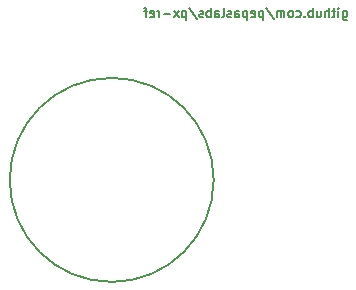
<source format=gbo>
G04 (created by PCBNEW (22-Jun-2014 BZR 4027)-stable) date Thu 15 Feb 2018 05:40:34 PM CST*
%MOIN*%
G04 Gerber Fmt 3.4, Leading zero omitted, Abs format*
%FSLAX34Y34*%
G01*
G70*
G90*
G04 APERTURE LIST*
%ADD10C,0.00590551*%
%ADD11C,0.00787402*%
%ADD12C,0.006*%
G04 APERTURE END LIST*
G54D10*
G54D11*
X89150Y-32500D02*
G75*
G03X89150Y-32500I-3400J0D01*
G74*
G01*
G54D12*
X93450Y-26871D02*
X93450Y-27114D01*
X93464Y-27142D01*
X93478Y-27157D01*
X93507Y-27171D01*
X93550Y-27171D01*
X93578Y-27157D01*
X93450Y-27057D02*
X93478Y-27071D01*
X93535Y-27071D01*
X93564Y-27057D01*
X93578Y-27042D01*
X93592Y-27014D01*
X93592Y-26928D01*
X93578Y-26900D01*
X93564Y-26885D01*
X93535Y-26871D01*
X93478Y-26871D01*
X93450Y-26885D01*
X93307Y-27071D02*
X93307Y-26871D01*
X93307Y-26771D02*
X93321Y-26785D01*
X93307Y-26800D01*
X93292Y-26785D01*
X93307Y-26771D01*
X93307Y-26800D01*
X93207Y-26871D02*
X93092Y-26871D01*
X93164Y-26771D02*
X93164Y-27028D01*
X93150Y-27057D01*
X93121Y-27071D01*
X93092Y-27071D01*
X92992Y-27071D02*
X92992Y-26771D01*
X92864Y-27071D02*
X92864Y-26914D01*
X92878Y-26885D01*
X92907Y-26871D01*
X92949Y-26871D01*
X92978Y-26885D01*
X92992Y-26900D01*
X92592Y-26871D02*
X92592Y-27071D01*
X92721Y-26871D02*
X92721Y-27028D01*
X92707Y-27057D01*
X92678Y-27071D01*
X92635Y-27071D01*
X92607Y-27057D01*
X92592Y-27042D01*
X92449Y-27071D02*
X92449Y-26771D01*
X92449Y-26885D02*
X92421Y-26871D01*
X92364Y-26871D01*
X92335Y-26885D01*
X92321Y-26900D01*
X92307Y-26928D01*
X92307Y-27014D01*
X92321Y-27042D01*
X92335Y-27057D01*
X92364Y-27071D01*
X92421Y-27071D01*
X92449Y-27057D01*
X92178Y-27042D02*
X92164Y-27057D01*
X92178Y-27071D01*
X92192Y-27057D01*
X92178Y-27042D01*
X92178Y-27071D01*
X91907Y-27057D02*
X91935Y-27071D01*
X91992Y-27071D01*
X92021Y-27057D01*
X92035Y-27042D01*
X92049Y-27014D01*
X92049Y-26928D01*
X92035Y-26900D01*
X92021Y-26885D01*
X91992Y-26871D01*
X91935Y-26871D01*
X91907Y-26885D01*
X91735Y-27071D02*
X91764Y-27057D01*
X91778Y-27042D01*
X91792Y-27014D01*
X91792Y-26928D01*
X91778Y-26900D01*
X91764Y-26885D01*
X91735Y-26871D01*
X91692Y-26871D01*
X91664Y-26885D01*
X91649Y-26900D01*
X91635Y-26928D01*
X91635Y-27014D01*
X91649Y-27042D01*
X91664Y-27057D01*
X91692Y-27071D01*
X91735Y-27071D01*
X91507Y-27071D02*
X91507Y-26871D01*
X91507Y-26900D02*
X91492Y-26885D01*
X91464Y-26871D01*
X91421Y-26871D01*
X91392Y-26885D01*
X91378Y-26914D01*
X91378Y-27071D01*
X91378Y-26914D02*
X91364Y-26885D01*
X91335Y-26871D01*
X91292Y-26871D01*
X91264Y-26885D01*
X91249Y-26914D01*
X91249Y-27071D01*
X90892Y-26757D02*
X91149Y-27142D01*
X90792Y-26871D02*
X90792Y-27171D01*
X90792Y-26885D02*
X90764Y-26871D01*
X90707Y-26871D01*
X90678Y-26885D01*
X90664Y-26900D01*
X90649Y-26928D01*
X90649Y-27014D01*
X90664Y-27042D01*
X90678Y-27057D01*
X90707Y-27071D01*
X90764Y-27071D01*
X90792Y-27057D01*
X90407Y-27057D02*
X90435Y-27071D01*
X90492Y-27071D01*
X90521Y-27057D01*
X90535Y-27028D01*
X90535Y-26914D01*
X90521Y-26885D01*
X90492Y-26871D01*
X90435Y-26871D01*
X90407Y-26885D01*
X90392Y-26914D01*
X90392Y-26942D01*
X90535Y-26971D01*
X90264Y-26871D02*
X90264Y-27171D01*
X90264Y-26885D02*
X90235Y-26871D01*
X90178Y-26871D01*
X90149Y-26885D01*
X90135Y-26900D01*
X90121Y-26928D01*
X90121Y-27014D01*
X90135Y-27042D01*
X90149Y-27057D01*
X90178Y-27071D01*
X90235Y-27071D01*
X90264Y-27057D01*
X89864Y-27071D02*
X89864Y-26914D01*
X89878Y-26885D01*
X89907Y-26871D01*
X89964Y-26871D01*
X89992Y-26885D01*
X89864Y-27057D02*
X89892Y-27071D01*
X89964Y-27071D01*
X89992Y-27057D01*
X90007Y-27028D01*
X90007Y-27000D01*
X89992Y-26971D01*
X89964Y-26957D01*
X89892Y-26957D01*
X89864Y-26942D01*
X89735Y-27057D02*
X89707Y-27071D01*
X89649Y-27071D01*
X89621Y-27057D01*
X89607Y-27028D01*
X89607Y-27014D01*
X89621Y-26985D01*
X89649Y-26971D01*
X89692Y-26971D01*
X89721Y-26957D01*
X89735Y-26928D01*
X89735Y-26914D01*
X89721Y-26885D01*
X89692Y-26871D01*
X89649Y-26871D01*
X89621Y-26885D01*
X89435Y-27071D02*
X89464Y-27057D01*
X89478Y-27028D01*
X89478Y-26771D01*
X89192Y-27071D02*
X89192Y-26914D01*
X89207Y-26885D01*
X89235Y-26871D01*
X89292Y-26871D01*
X89321Y-26885D01*
X89192Y-27057D02*
X89221Y-27071D01*
X89292Y-27071D01*
X89321Y-27057D01*
X89335Y-27028D01*
X89335Y-27000D01*
X89321Y-26971D01*
X89292Y-26957D01*
X89221Y-26957D01*
X89192Y-26942D01*
X89049Y-27071D02*
X89049Y-26771D01*
X89049Y-26885D02*
X89021Y-26871D01*
X88964Y-26871D01*
X88935Y-26885D01*
X88921Y-26900D01*
X88907Y-26928D01*
X88907Y-27014D01*
X88921Y-27042D01*
X88935Y-27057D01*
X88964Y-27071D01*
X89021Y-27071D01*
X89049Y-27057D01*
X88792Y-27057D02*
X88764Y-27071D01*
X88707Y-27071D01*
X88678Y-27057D01*
X88664Y-27028D01*
X88664Y-27014D01*
X88678Y-26985D01*
X88707Y-26971D01*
X88749Y-26971D01*
X88778Y-26957D01*
X88792Y-26928D01*
X88792Y-26914D01*
X88778Y-26885D01*
X88749Y-26871D01*
X88707Y-26871D01*
X88678Y-26885D01*
X88321Y-26757D02*
X88578Y-27142D01*
X88221Y-26871D02*
X88221Y-27171D01*
X88221Y-26885D02*
X88192Y-26871D01*
X88135Y-26871D01*
X88107Y-26885D01*
X88092Y-26900D01*
X88078Y-26928D01*
X88078Y-27014D01*
X88092Y-27042D01*
X88107Y-27057D01*
X88135Y-27071D01*
X88192Y-27071D01*
X88221Y-27057D01*
X87978Y-27071D02*
X87821Y-26871D01*
X87978Y-26871D02*
X87821Y-27071D01*
X87707Y-26957D02*
X87478Y-26957D01*
X87335Y-27071D02*
X87335Y-26871D01*
X87335Y-26928D02*
X87321Y-26900D01*
X87307Y-26885D01*
X87278Y-26871D01*
X87249Y-26871D01*
X87035Y-27057D02*
X87064Y-27071D01*
X87121Y-27071D01*
X87149Y-27057D01*
X87164Y-27028D01*
X87164Y-26914D01*
X87149Y-26885D01*
X87121Y-26871D01*
X87064Y-26871D01*
X87035Y-26885D01*
X87021Y-26914D01*
X87021Y-26942D01*
X87164Y-26971D01*
X86935Y-26871D02*
X86821Y-26871D01*
X86892Y-27071D02*
X86892Y-26814D01*
X86878Y-26785D01*
X86849Y-26771D01*
X86821Y-26771D01*
M02*

</source>
